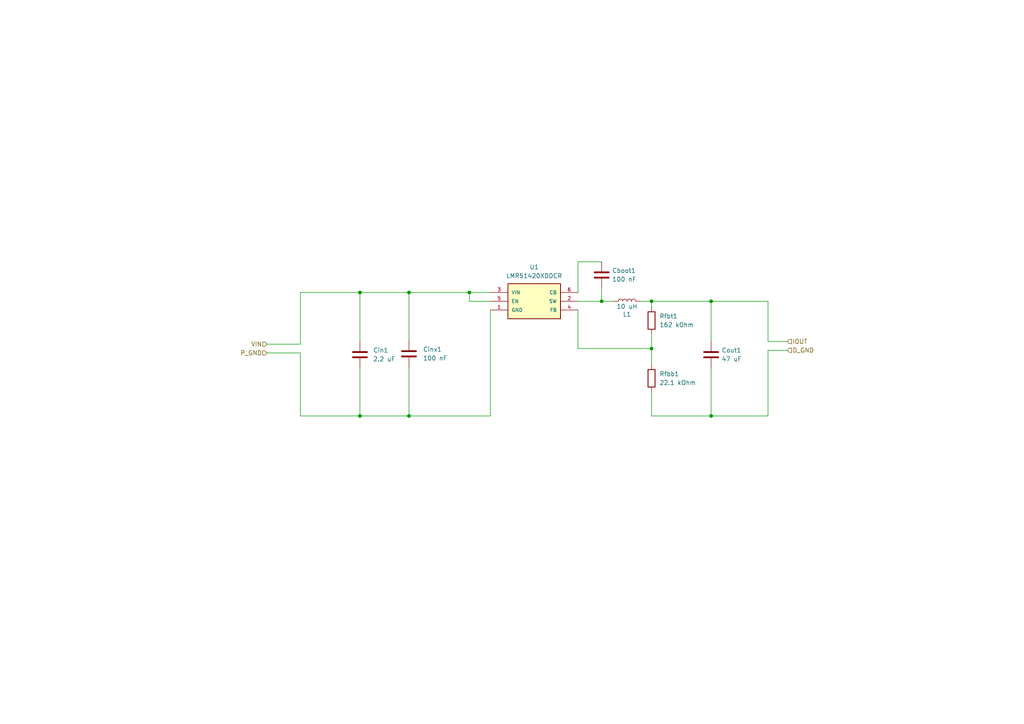
<source format=kicad_sch>
(kicad_sch (version 20231120) (generator "eeschema") (generator_version "8.0")
  (paper "A4")
  (lib_symbols
    (symbol "Device:C" (pin_numbers hide) (pin_names (offset 0.254))
      (property "Reference" "C" (at 0.635 2.54 0))
      (property "Value" "C" (at 0.635 -2.54 0))
      (symbol "C_0_1"
        (polyline (pts (xy -2.032 -0.762) (xy 2.032 -0.762)) (stroke (width 0.508)))
        (polyline (pts (xy -2.032 0.762) (xy 2.032 0.762)) (stroke (width 0.508)))
      )
      (symbol "C_1_1"
        (pin passive line (at 0 3.81 270) (length 2.794) (name "~") (number "1"))
        (pin passive line (at 0 -3.81 90) (length 2.794) (name "~") (number "2"))
      )
    )
    (symbol "Device:L" (pin_numbers hide) (pin_names (offset 1.016) hide)
      (property "Reference" "L" (at -1.27 0 90))
      (property "Value" "L" (at 1.905 0 90))
      (symbol "L_0_1"
        (arc (start 0 -2.54) (mid 0.6323 -1.905) (end 0 -1.27))
        (arc (start 0 -1.27) (mid 0.6323 -0.635) (end 0 0))
        (arc (start 0 0) (mid 0.6323 0.635) (end 0 1.27))
        (arc (start 0 1.27) (mid 0.6323 1.905) (end 0 2.54))
      )
      (symbol "L_1_1"
        (pin passive line (at 0 3.81 270) (length 1.27) (name "1") (number "1"))
        (pin passive line (at 0 -3.81 90) (length 1.27) (name "2") (number "2"))
      )
    )
    (symbol "Device:R" (pin_numbers hide) (pin_names (offset 0))
      (property "Reference" "R" (at 2.032 0 90))
      (property "Value" "R" (at 0 0 90))
      (symbol "R_0_1"
        (rectangle (start -1.016 -2.54) (end 1.016 2.54) (stroke (width 0.254)))
      )
      (symbol "R_1_1"
        (pin passive line (at 0 3.81 270) (length 1.27) (name "~") (number "1"))
        (pin passive line (at 0 -3.81 90) (length 1.27) (name "~") (number "2"))
      )
    )
    (symbol "LMR51420XDDCR:LMR51420XDDCR" (pin_names (offset 1.016))
      (property "Reference" "U" (at 4.826 4.064 0))
      (property "Value" "LMR51420XDDCR" (at 5.08 -9.144 0))
      (symbol "LMR51420XDDCR_0_0"
        (rectangle (start 5.08 -7.62) (end 20.32 2.54) (stroke (width 0.254)) (fill (type background)))
        (pin bidirectional line (at 0 -5.08 0) (length 5.08) (name "GND") (number "1"))
        (pin bidirectional line (at 25.4 -2.54 180) (length 5.08) (name "SW") (number "2"))
        (pin bidirectional line (at 0 0 0) (length 5.08) (name "VIN") (number "3"))
        (pin bidirectional line (at 25.4 -5.08 180) (length 5.08) (name "FB") (number "4"))
        (pin bidirectional line (at 0 -2.54 0) (length 5.08) (name "EN") (number "5"))
        (pin bidirectional line (at 25.4 0 180) (length 5.08) (name "CB") (number "6"))
      )
    )
  )
  (junction (at 104.394 84.836))
  (junction (at 206.248 120.65))
  (junction (at 206.248 87.376))
  (junction (at 136.144 84.836))
  (junction (at 174.498 87.376))
  (junction (at 104.394 120.65))
  (junction (at 188.976 87.376))
  (junction (at 118.618 84.836))
  (junction (at 188.976 101.092))
  (junction (at 118.618 120.65))
  (wire (pts (xy 188.976 101.092) (xy 188.976 105.918)))
  (wire (pts (xy 222.758 99.06) (xy 228.346 99.06)))
  (wire (pts (xy 206.248 106.68) (xy 206.248 120.65)))
  (wire (pts (xy 222.758 99.06) (xy 222.758 87.376)))
  (wire (pts (xy 104.394 84.836) (xy 104.394 99.06)))
  (wire (pts (xy 167.64 89.916) (xy 167.64 101.092)))
  (wire (pts (xy 118.618 84.836) (xy 118.618 98.806)))
  (wire (pts (xy 87.122 99.822) (xy 87.122 84.836)))
  (wire (pts (xy 167.64 84.836) (xy 167.64 75.946)))
  (wire (pts (xy 185.674 87.376) (xy 188.976 87.376)))
  (wire (pts (xy 222.758 101.6) (xy 228.346 101.6)))
  (wire (pts (xy 174.498 83.566) (xy 174.498 87.376)))
  (wire (pts (xy 87.122 120.65) (xy 104.394 120.65)))
  (wire (pts (xy 104.394 84.836) (xy 118.618 84.836)))
  (wire (pts (xy 136.144 84.836) (xy 142.24 84.836)))
  (wire (pts (xy 188.976 101.092) (xy 188.976 96.774)))
  (wire (pts (xy 104.394 120.65) (xy 118.618 120.65)))
  (wire (pts (xy 104.394 106.68) (xy 104.394 120.65)))
  (wire (pts (xy 188.976 113.538) (xy 188.976 120.65)))
  (wire (pts (xy 188.976 87.376) (xy 188.976 89.154)))
  (wire (pts (xy 222.758 87.376) (xy 206.248 87.376)))
  (wire (pts (xy 118.618 120.65) (xy 142.24 120.65)))
  (wire (pts (xy 167.64 101.092) (xy 188.976 101.092)))
  (wire (pts (xy 87.122 84.836) (xy 104.394 84.836)))
  (wire (pts (xy 77.47 99.822) (xy 87.122 99.822)))
  (wire (pts (xy 142.24 87.376) (xy 136.144 87.376)))
  (wire (pts (xy 222.758 120.65) (xy 206.248 120.65)))
  (wire (pts (xy 167.64 87.376) (xy 174.498 87.376)))
  (wire (pts (xy 222.758 101.6) (xy 222.758 120.65)))
  (wire (pts (xy 206.248 120.65) (xy 188.976 120.65)))
  (wire (pts (xy 174.498 87.376) (xy 178.054 87.376)))
  (wire (pts (xy 118.618 84.836) (xy 136.144 84.836)))
  (wire (pts (xy 118.618 106.426) (xy 118.618 120.65)))
  (wire (pts (xy 167.64 75.946) (xy 174.498 75.946)))
  (wire (pts (xy 206.248 87.376) (xy 188.976 87.376)))
  (wire (pts (xy 206.248 99.06) (xy 206.248 87.376)))
  (wire (pts (xy 142.24 89.916) (xy 142.24 120.65)))
  (wire (pts (xy 136.144 87.376) (xy 136.144 84.836)))
  (wire (pts (xy 77.47 102.362) (xy 87.122 102.362)))
  (wire (pts (xy 87.122 102.362) (xy 87.122 120.65)))
  (hierarchical_label "D_GND" (shape input) (at 228.346 101.6 0))
  (hierarchical_label "IOUT" (shape input) (at 228.346 99.06 0))
  (hierarchical_label "VIN" (shape input) (at 77.47 99.822 180))
  (hierarchical_label "P_GND" (shape input) (at 77.47 102.362 180))
  (symbol (lib_id "Device:C") (at 118.618 102.616 0) (unit 1)
    (property "Reference" "Cinx1" (at 122.682 101.3459 0) (effects (justify left)))
    (property "Value" "100 nF" (at 122.682 103.8859 0) (effects (justify left)))
    (property "Footprint" "Capacitor_SMD:C_0603_1608Metric_Pad1.08x0.95mm_HandSolder" (effects (hide yes)))
    (property "Description" "Unpolarized capacitor" (effects (hide yes)))
  )
  (symbol (lib_id "Device:R") (at 188.976 92.964 0) (unit 1)
    (property "Reference" "Rfbt1" (at 191.262 91.6939 0) (effects (justify left)))
    (property "Value" "162 kOhm" (at 191.262 94.2339 0) (effects (justify left)))
    (property "Footprint" "Resistor_SMD:R_0402_1005Metric_Pad0.72x0.64mm_HandSolder" (effects (hide yes)))
    (property "Description" "Resistor" (effects (hide yes)))
  )
  (symbol (lib_id "Device:C") (at 174.498 79.756 0) (unit 1)
    (property "Reference" "Cboot1" (at 177.546 78.4859 0) (effects (justify left)))
    (property "Value" "100 nF" (at 177.546 81.0259 0) (effects (justify left)))
    (property "Footprint" "Capacitor_SMD:C_0402_1005Metric_Pad0.74x0.62mm_HandSolder" (effects (hide yes)))
    (property "Description" "Unpolarized capacitor" (effects (hide yes)))
  )
  (symbol (lib_id "Device:C") (at 104.394 102.87 0) (unit 1)
    (property "Reference" "Cin1" (at 108.204 101.5999 0) (effects (justify left)))
    (property "Value" "2.2 uF" (at 108.204 104.1399 0) (effects (justify left)))
    (property "Footprint" "Capacitor_SMD:C_1206_3216Metric_Pad1.33x1.80mm_HandSolder" (effects (hide yes)))
    (property "Description" "Unpolarized capacitor" (effects (hide yes)))
  )
  (symbol (lib_id "Device:C") (at 206.248 102.87 0) (unit 1)
    (property "Reference" "Cout1" (at 209.296 101.5999 0) (effects (justify left)))
    (property "Value" "47 uF" (at 209.296 104.1399 0) (effects (justify left)))
    (property "Footprint" "Capacitor_SMD:C_1210_3225Metric_Pad1.33x2.70mm_HandSolder" (effects (hide yes)))
    (property "Description" "Unpolarized capacitor" (effects (hide yes)))
  )
  (symbol (lib_id "Device:L") (at 181.864 87.376 90) (unit 1)
    (property "Reference" "L1" (at 181.864 91.186 90))
    (property "Value" "10 uH" (at 181.864 88.9 90))
    (property "Footprint" "NRS8030T100MJGJ:IND_TAIYO_NRS8030_TAY" (effects (hide yes)))
    (property "Description" "Inductor" (effects (hide yes)))
  )
  (symbol (lib_id "LMR51420XDDCR:LMR51420XDDCR") (at 142.24 84.836 0) (unit 1)
    (property "Reference" "U1" (at 154.94 77.47 0))
    (property "Value" "LMR51420XDDCR" (at 154.94 80.01 0))
    (property "Footprint" "LMR51420XDDCR:SOT95P280X110-6N" (effects (hide yes)))
    (property "MANUFACTURER_NAME" "Texas Instruments" (effects (hide yes)))
    (property "MF" "Texas Instruments" (effects (hide yes)))
    (property "MOUSER_PRICE-STOCK" "https://www.mouser.co.uk/ProductDetail/Texas-Instruments/LMR51420XDDCR?qs=vvQtp7zwQdN6fBqQU4azxw%3D%3D" (effects (hide yes)))
    (property "DESCRIPTION" "Switching Voltage Regulators SIMPLE SWITCHER power converter 4.5-V to 36-V, 2-A, synchronous buck with 40-uA IQ" (effects (hide yes)))
    (property "MOUSER_PART_NUMBER" "595-LMR51420XDDCR" (effects (hide yes)))
    (property "Price" "None" (effects (hide yes)))
    (property "Package" "SOT-23-THN-6 Texas Instruments" (effects (hide yes)))
    (property "Check_prices" "https://www.snapeda.com/parts/LMR51420XDDCR/Texas+Instruments/view-part/?ref=eda" (effects (hide yes)))
    (property "HEIGHT" "1.1mm" (effects (hide yes)))
    (property "SnapEDA_Link" "https://www.snapeda.com/parts/LMR51420XDDCR/Texas+Instruments/view-part/?ref=snap" (effects (hide yes)))
    (property "MP" "LMR51420XDDCR" (effects (hide yes)))
    (property "Description_1" "\n                        \n                            SIMPLE SWITCHER® power converter 4.5-V to 36-V, 2-A, synchronous buck with 40-µA IQ\n                        \n" (effects (hide yes)))
    (property "Availability" "In Stock" (effects (hide yes)))
    (property "MANUFACTURER_PART_NUMBER" "LMR51420XDDCR" (effects (hide yes)))
  )
  (symbol (lib_id "Device:R") (at 188.976 109.728 0) (unit 1)
    (property "Reference" "Rfbb1" (at 191.262 108.4579 0) (effects (justify left)))
    (property "Value" "22.1 kOhm" (at 191.262 110.9979 0) (effects (justify left)))
    (property "Footprint" "Resistor_SMD:R_0402_1005Metric_Pad0.72x0.64mm_HandSolder" (effects (hide yes)))
    (property "Description" "Resistor" (effects (hide yes)))
  )
)
</source>
